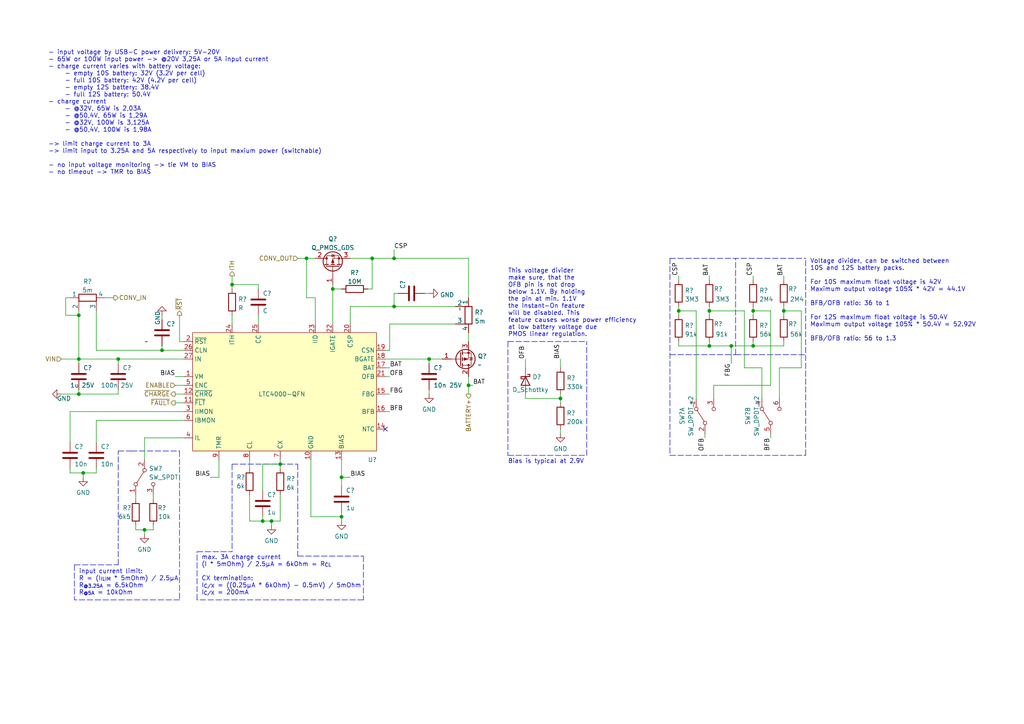
<source format=kicad_sch>
(kicad_sch (version 20211123) (generator eeschema)
  (paper "A4")
  (lib_symbols
    (symbol "Device:C" (pin_numbers hide) (pin_names (offset 0.254))
      (property "Reference" "C" (at 0.635 2.54 0))
      (property "Value" "C" (at 0.635 -2.54 0))
      (symbol "C_0_1"
        (polyline (pts (xy -2.032 -0.762) (xy 2.032 -0.762)) (stroke (width 0.508)))
        (polyline (pts (xy -2.032 0.762) (xy 2.032 0.762)) (stroke (width 0.508)))
      )
      (symbol "C_1_1"
        (pin passive line (at 0 3.81 270) (length 2.794) (name "~") (number "1"))
        (pin passive line (at 0 -3.81 90) (length 2.794) (name "~") (number "2"))
      )
    )
    (symbol "Device:D_Schottky" (pin_numbers hide) (pin_names (offset 1.016) hide)
      (property "Reference" "D" (at 0 2.54 0))
      (property "Value" "D_Schottky" (at 0 -2.54 0))
      (symbol "D_Schottky_0_1"
        (polyline (pts (xy 1.27 0) (xy -1.27 0)))
        (polyline (pts (xy 1.27 1.27) (xy 1.27 -1.27) (xy -1.27 0) (xy 1.27 1.27)) (stroke (width 0.254)))
        (polyline (pts (xy -1.905 0.635) (xy -1.905 1.27) (xy -1.27 1.27) (xy -1.27 -1.27) (xy -0.635 -1.27) (xy -0.635 -0.635)) (stroke (width 0.254)))
      )
      (symbol "D_Schottky_1_1"
        (pin passive line (at -3.81 0 0) (length 2.54) (name "K") (number "1"))
        (pin passive line (at 3.81 0 180) (length 2.54) (name "A") (number "2"))
      )
    )
    (symbol "Device:Q_PMOS_GDS" (pin_names (offset 0) hide)
      (property "Reference" "Q" (at 5.08 1.27 0))
      (property "Value" "Q_PMOS_GDS" (at 5.08 -1.27 0))
      (symbol "Q_PMOS_GDS_0_1"
        (polyline (pts (xy 0.254 0) (xy -2.54 0)))
        (polyline (pts (xy 0.254 1.905) (xy 0.254 -1.905)) (stroke (width 0.254)))
        (polyline (pts (xy 0.762 -1.27) (xy 0.762 -2.286)) (stroke (width 0.254)))
        (polyline (pts (xy 0.762 0.508) (xy 0.762 -0.508)) (stroke (width 0.254)))
        (polyline (pts (xy 0.762 2.286) (xy 0.762 1.27)) (stroke (width 0.254)))
        (polyline (pts (xy 2.54 2.54) (xy 2.54 1.778)))
        (polyline (pts (xy 2.54 -2.54) (xy 2.54 0) (xy 0.762 0)))
        (polyline (pts (xy 0.762 1.778) (xy 3.302 1.778) (xy 3.302 -1.778) (xy 0.762 -1.778)))
        (polyline (pts (xy 2.286 0) (xy 1.27 0.381) (xy 1.27 -0.381) (xy 2.286 0)) (fill (type outline)))
        (polyline (pts (xy 2.794 -0.508) (xy 2.921 -0.381) (xy 3.683 -0.381) (xy 3.81 -0.254)))
        (polyline (pts (xy 3.302 -0.381) (xy 2.921 0.254) (xy 3.683 0.254) (xy 3.302 -0.381)))
        (circle (center 1.651 0) (radius 2.794) (stroke (width 0.254)))
        (circle (center 2.54 -1.778) (radius 0.254) (fill (type outline)))
        (circle (center 2.54 1.778) (radius 0.254) (fill (type outline)))
      )
      (symbol "Q_PMOS_GDS_1_1"
        (pin input line (at -5.08 0 0) (length 2.54) (name "G") (number "1"))
        (pin passive line (at 2.54 5.08 270) (length 2.54) (name "D") (number "2"))
        (pin passive line (at 2.54 -5.08 90) (length 2.54) (name "S") (number "3"))
      )
    )
    (symbol "Device:R" (pin_numbers hide) (pin_names (offset 0))
      (property "Reference" "R" (at 2.032 0 90))
      (property "Value" "R" (at 0 0 90))
      (symbol "R_0_1"
        (rectangle (start -1.016 -2.54) (end 1.016 2.54) (stroke (width 0.254)))
      )
      (symbol "R_1_1"
        (pin passive line (at 0 3.81 270) (length 1.27) (name "~") (number "1"))
        (pin passive line (at 0 -3.81 90) (length 1.27) (name "~") (number "2"))
      )
    )
    (symbol "Device:R_Shunt" (pin_numbers hide) (pin_names (offset 0))
      (property "Reference" "R" (at -4.445 0 90))
      (property "Value" "R_Shunt" (at -2.54 0 90))
      (symbol "R_Shunt_0_1"
        (rectangle (start -1.016 -2.54) (end 1.016 2.54) (stroke (width 0.254)))
        (polyline (pts (xy 0 -2.54) (xy 1.27 -2.54)))
        (polyline (pts (xy 1.27 2.54) (xy 0 2.54)))
      )
      (symbol "R_Shunt_1_1"
        (pin passive line (at 0 5.08 270) (length 2.54) (name "1") (number "1"))
        (pin passive line (at 3.81 2.54 180) (length 2.54) (name "2") (number "2"))
        (pin passive line (at 3.81 -2.54 180) (length 2.54) (name "3") (number "3"))
        (pin passive line (at 0 -5.08 90) (length 2.54) (name "4") (number "4"))
      )
    )
    (symbol "Switch:SW_DPDT_x2" (pin_names (offset 0) hide)
      (property "Reference" "SW" (at 0 4.318 0))
      (property "Value" "SW_DPDT_x2" (at 0 -5.08 0))
      (symbol "SW_DPDT_x2_0_0"
        (circle (center -2.032 0) (radius 0.508))
        (circle (center 2.032 -2.54) (radius 0.508))
      )
      (symbol "SW_DPDT_x2_0_1"
        (polyline (pts (xy -1.524 0.254) (xy 1.651 2.286)))
        (circle (center 2.032 2.54) (radius 0.508))
      )
      (symbol "SW_DPDT_x2_1_1"
        (pin passive line (at 5.08 2.54 180) (length 2.54) (name "A") (number "1"))
        (pin passive line (at -5.08 0 0) (length 2.54) (name "B") (number "2"))
        (pin passive line (at 5.08 -2.54 180) (length 2.54) (name "C") (number "3"))
      )
      (symbol "SW_DPDT_x2_2_1"
        (pin passive line (at 5.08 2.54 180) (length 2.54) (name "A") (number "4"))
        (pin passive line (at -5.08 0 0) (length 2.54) (name "B") (number "5"))
        (pin passive line (at 5.08 -2.54 180) (length 2.54) (name "C") (number "6"))
      )
    )
    (symbol "Switch:SW_SPDT" (pin_names (offset 0) hide)
      (property "Reference" "SW" (at 0 4.318 0))
      (property "Value" "SW_SPDT" (at 0 -5.08 0))
      (symbol "SW_SPDT_0_0"
        (circle (center -2.032 0) (radius 0.508))
        (circle (center 2.032 -2.54) (radius 0.508))
      )
      (symbol "SW_SPDT_0_1"
        (polyline (pts (xy -1.524 0.254) (xy 1.651 2.286)))
        (circle (center 2.032 2.54) (radius 0.508))
      )
      (symbol "SW_SPDT_1_1"
        (pin passive line (at 5.08 2.54 180) (length 2.54) (name "A") (number "1"))
        (pin passive line (at -5.08 0 0) (length 2.54) (name "B") (number "2"))
        (pin passive line (at 5.08 -2.54 180) (length 2.54) (name "C") (number "3"))
      )
    )
    (symbol "extraSymbols:LTC4000-QFN"
      (property "Reference" "U" (at 25.4 -17.78 0))
      (property "Value" "LTC4000-QFN" (at 0 0 0))
      (symbol "LTC4000-QFN_0_0"
        (pin passive line (at -27.94 5.08 0) (length 2.54) (name "VM") (number "1"))
        (pin passive line (at 8.89 -19.05 90) (length 2.54) (name "GND") (number "10"))
        (pin passive line (at -27.94 -2.54 0) (length 2.54) (name "~{FLT}") (number "11"))
        (pin passive line (at -27.94 0 0) (length 2.54) (name "~{CHRG}") (number "12"))
        (pin passive line (at 17.78 -19.05 90) (length 2.54) (name "BIAS") (number "13"))
        (pin passive line (at 30.48 -10.16 180) (length 2.54) (name "NTC") (number "14"))
        (pin passive line (at 30.48 0 180) (length 2.54) (name "FBG") (number "15"))
        (pin passive line (at 30.48 -5.08 180) (length 2.54) (name "BFB") (number "16"))
        (pin passive line (at 30.48 7.62 180) (length 2.54) (name "BAT") (number "17"))
        (pin passive line (at 30.48 10.16 180) (length 2.54) (name "BGATE") (number "18"))
        (pin passive line (at 30.48 12.7 180) (length 2.54) (name "CSN") (number "19"))
        (pin passive line (at -27.94 15.24 0) (length 2.54) (name "~{RST}") (number "2"))
        (pin passive line (at 20.32 20.32 270) (length 2.54) (name "CSP") (number "20"))
        (pin passive line (at 30.48 5.08 180) (length 2.54) (name "OFB") (number "21"))
        (pin passive line (at 15.24 20.32 270) (length 2.54) (name "IGATE") (number "22"))
        (pin passive line (at 10.16 20.32 270) (length 2.54) (name "IID") (number "23"))
        (pin passive line (at -13.97 20.32 270) (length 2.54) (name "ITH") (number "24"))
        (pin passive line (at -6.35 20.32 270) (length 2.54) (name "CC") (number "25"))
        (pin passive line (at -27.94 12.7 0) (length 2.54) (name "CLN") (number "26"))
        (pin passive line (at -27.94 10.16 0) (length 2.54) (name "IN") (number "27"))
        (pin passive line (at 8.89 -19.05 90) (length 2.54) hide (name "GND") (number "28"))
        (pin passive line (at 8.89 -19.05 90) (length 2.54) hide (name "GND") (number "29"))
        (pin passive line (at -27.94 -5.08 0) (length 2.54) (name "IIMON") (number "3"))
        (pin passive line (at -27.94 -12.7 0) (length 2.54) (name "IL") (number "4"))
        (pin passive line (at -27.94 2.54 0) (length 2.54) (name "ENC") (number "5"))
        (pin passive line (at -27.94 -7.62 0) (length 2.54) (name "IBMON") (number "6"))
        (pin passive line (at 0 -19.05 90) (length 2.54) (name "CX") (number "7"))
        (pin passive line (at -8.89 -19.05 90) (length 2.54) (name "CL") (number "8"))
        (pin passive line (at -17.78 -19.05 90) (length 2.54) (name "TMR") (number "9"))
      )
      (symbol "LTC4000-QFN_0_1"
        (rectangle (start -25.4 17.78) (end 27.94 -16.51) (stroke (width 0.1524)) (fill (type background)))
      )
    )
    (symbol "power:GND" (power) (pin_names (offset 0))
      (property "Value" "GND" (at 0 -3.81 0))
      (symbol "GND_0_1"
        (polyline (pts (xy 0 0) (xy 0 -1.27) (xy 1.27 -1.27) (xy 0 -2.54) (xy -1.27 -1.27) (xy 0 -1.27)))
      )
      (symbol "GND_1_1"
        (pin power_in line (at 0 0 270) (length 0) hide (name "GND") (number "1"))
      )
    )
  )
  (junction (at 212.09 100.33))
  (junction (at 67.31 82.55))
  (junction (at 218.44 90.17))
  (junction (at 24.13 137.16))
  (junction (at 99.06 149.86))
  (junction (at 162.56 115.57))
  (junction (at 34.29 104.14))
  (junction (at 22.86 91.44))
  (junction (at 46.99 101.6))
  (junction (at 205.74 90.17))
  (junction (at 99.06 138.43))
  (junction (at 196.85 90.17))
  (junction (at 88.9 74.93))
  (junction (at 78.74 151.13))
  (junction (at 22.86 104.14))
  (junction (at 41.91 153.67))
  (junction (at 76.2 151.13))
  (junction (at 22.86 114.3))
  (junction (at 107.95 74.93))
  (junction (at 114.3 88.9))
  (junction (at 96.52 83.82))
  (junction (at 227.33 90.17))
  (junction (at 81.28 134.62))
  (junction (at 135.89 111.76))
  (junction (at 205.74 100.33))
  (junction (at 114.3 74.93))
  (junction (at 124.46 104.14))
  (junction (at 218.44 100.33))
  (no_connect (at 111.76 124.46))
  (wire (pts (xy 218.44 90.17) (xy 218.44 91.44)))
  (wire (pts (xy 22.86 104.14) (xy 22.86 105.41)))
  (wire (pts (xy 111.76 101.6) (xy 113.03 101.6)))
  (polyline (pts (xy 233.68 132.08) (xy 233.68 74.93)))
  (wire (pts (xy 107.95 74.93) (xy 101.6 74.93)))
  (wire (pts (xy 53.34 99.06) (xy 52.07 99.06)))
  (polyline (pts (xy 147.32 99.06) (xy 170.18 99.06)))
  (polyline (pts (xy 105.41 161.29) (xy 105.41 173.99)))
  (wire (pts (xy 74.93 82.55) (xy 74.93 83.82)))
  (wire (pts (xy 74.93 91.44) (xy 74.93 93.98)))
  (wire (pts (xy 96.52 83.82) (xy 99.06 83.82)))
  (wire (pts (xy 218.44 80.01) (xy 218.44 81.28)))
  (wire (pts (xy 76.2 134.62) (xy 76.2 142.24)))
  (wire (pts (xy 101.6 93.98) (xy 101.6 88.9)))
  (wire (pts (xy 88.9 86.36) (xy 91.44 86.36)))
  (wire (pts (xy 162.56 104.14) (xy 162.56 106.68)))
  (polyline (pts (xy 34.29 163.83) (xy 34.29 130.81)))
  (wire (pts (xy 46.99 100.33) (xy 46.99 101.6)))
  (polyline (pts (xy 194.31 74.93) (xy 194.31 132.08)))
  (wire (pts (xy 162.56 115.57) (xy 162.56 116.84)))
  (wire (pts (xy 227.33 90.17) (xy 232.41 90.17)))
  (wire (pts (xy 20.32 137.16) (xy 24.13 137.16)))
  (wire (pts (xy 207.01 115.57) (xy 207.01 111.76)))
  (wire (pts (xy 215.9 106.68) (xy 220.98 106.68)))
  (wire (pts (xy 34.29 104.14) (xy 34.29 105.41)))
  (wire (pts (xy 44.45 153.67) (xy 44.45 152.4)))
  (wire (pts (xy 227.33 100.33) (xy 227.33 99.06)))
  (wire (pts (xy 226.06 106.68) (xy 226.06 115.57)))
  (polyline (pts (xy 52.07 130.81) (xy 52.07 173.99)))
  (polyline (pts (xy 213.36 102.87) (xy 213.36 74.93)))
  (wire (pts (xy 124.46 104.14) (xy 124.46 105.41)))
  (wire (pts (xy 218.44 90.17) (xy 223.52 90.17)))
  (wire (pts (xy 50.8 109.22) (xy 53.34 109.22)))
  (wire (pts (xy 19.05 91.44) (xy 19.05 86.36)))
  (wire (pts (xy 152.4 104.14) (xy 152.4 106.68)))
  (polyline (pts (xy 105.41 173.99) (xy 57.15 173.99)))
  (wire (pts (xy 205.74 88.9) (xy 205.74 90.17)))
  (wire (pts (xy 72.39 133.35) (xy 72.39 135.89)))
  (wire (pts (xy 115.57 85.09) (xy 114.3 85.09)))
  (wire (pts (xy 101.6 88.9) (xy 114.3 88.9)))
  (wire (pts (xy 39.37 152.4) (xy 39.37 153.67)))
  (wire (pts (xy 41.91 153.67) (xy 41.91 154.94)))
  (wire (pts (xy 91.44 86.36) (xy 91.44 93.98)))
  (wire (pts (xy 81.28 134.62) (xy 76.2 134.62)))
  (polyline (pts (xy 34.29 130.81) (xy 38.1 130.81)))
  (wire (pts (xy 81.28 151.13) (xy 78.74 151.13)))
  (wire (pts (xy 124.46 104.14) (xy 128.27 104.14)))
  (wire (pts (xy 227.33 88.9) (xy 227.33 90.17)))
  (polyline (pts (xy 86.36 134.62) (xy 86.36 161.29)))
  (wire (pts (xy 53.34 119.38) (xy 20.32 119.38)))
  (wire (pts (xy 205.74 99.06) (xy 205.74 100.33)))
  (wire (pts (xy 17.78 104.14) (xy 22.86 104.14)))
  (wire (pts (xy 99.06 149.86) (xy 99.06 151.13)))
  (polyline (pts (xy 194.31 102.87) (xy 213.36 102.87)))
  (wire (pts (xy 162.56 124.46) (xy 162.56 125.73)))
  (wire (pts (xy 135.89 74.93) (xy 135.89 86.36)))
  (wire (pts (xy 96.52 83.82) (xy 96.52 93.98)))
  (wire (pts (xy 50.8 114.3) (xy 53.34 114.3)))
  (wire (pts (xy 27.94 137.16) (xy 27.94 135.89)))
  (wire (pts (xy 124.46 113.03) (xy 124.46 114.3)))
  (wire (pts (xy 196.85 90.17) (xy 201.93 90.17)))
  (wire (pts (xy 41.91 127) (xy 41.91 133.35)))
  (wire (pts (xy 196.85 88.9) (xy 196.85 90.17)))
  (polyline (pts (xy 147.32 132.08) (xy 170.18 132.08)))
  (wire (pts (xy 220.98 106.68) (xy 220.98 115.57)))
  (polyline (pts (xy 67.31 134.62) (xy 86.36 134.62)))
  (wire (pts (xy 99.06 148.59) (xy 99.06 149.86)))
  (wire (pts (xy 205.74 90.17) (xy 205.74 91.44)))
  (polyline (pts (xy 194.31 132.08) (xy 233.68 132.08)))
  (wire (pts (xy 46.99 101.6) (xy 53.34 101.6)))
  (polyline (pts (xy 67.31 134.62) (xy 67.31 160.02)))
  (wire (pts (xy 223.52 111.76) (xy 223.52 90.17)))
  (polyline (pts (xy 21.59 163.83) (xy 34.29 163.83)))
  (wire (pts (xy 212.09 100.33) (xy 218.44 100.33)))
  (wire (pts (xy 162.56 114.3) (xy 162.56 115.57)))
  (wire (pts (xy 111.76 106.68) (xy 113.03 106.68)))
  (wire (pts (xy 76.2 151.13) (xy 76.2 149.86)))
  (wire (pts (xy 99.06 138.43) (xy 99.06 140.97)))
  (wire (pts (xy 113.03 93.98) (xy 113.03 101.6)))
  (wire (pts (xy 44.45 143.51) (xy 44.45 144.78)))
  (wire (pts (xy 20.32 135.89) (xy 20.32 137.16)))
  (wire (pts (xy 24.13 137.16) (xy 24.13 138.43)))
  (wire (pts (xy 215.9 90.17) (xy 215.9 106.68)))
  (wire (pts (xy 81.28 133.35) (xy 81.28 134.62)))
  (wire (pts (xy 88.9 74.93) (xy 88.9 86.36)))
  (wire (pts (xy 67.31 82.55) (xy 74.93 82.55)))
  (polyline (pts (xy 194.31 74.93) (xy 233.68 74.93)))
  (wire (pts (xy 232.41 106.68) (xy 226.06 106.68)))
  (wire (pts (xy 22.86 114.3) (xy 22.86 113.03)))
  (wire (pts (xy 201.93 90.17) (xy 201.93 115.57)))
  (wire (pts (xy 135.89 111.76) (xy 137.16 111.76)))
  (wire (pts (xy 212.09 100.33) (xy 212.09 105.41)))
  (wire (pts (xy 218.44 100.33) (xy 227.33 100.33)))
  (polyline (pts (xy 52.07 173.99) (xy 21.59 173.99)))
  (wire (pts (xy 67.31 83.82) (xy 67.31 82.55)))
  (wire (pts (xy 232.41 90.17) (xy 232.41 106.68)))
  (wire (pts (xy 24.13 137.16) (xy 27.94 137.16)))
  (wire (pts (xy 34.29 104.14) (xy 53.34 104.14)))
  (wire (pts (xy 27.94 101.6) (xy 27.94 90.17)))
  (wire (pts (xy 227.33 80.01) (xy 227.33 81.28)))
  (wire (pts (xy 67.31 80.01) (xy 67.31 82.55)))
  (wire (pts (xy 196.85 80.01) (xy 196.85 81.28)))
  (wire (pts (xy 39.37 153.67) (xy 41.91 153.67)))
  (wire (pts (xy 53.34 127) (xy 41.91 127)))
  (wire (pts (xy 46.99 91.44) (xy 46.99 92.71)))
  (wire (pts (xy 27.94 121.92) (xy 53.34 121.92)))
  (wire (pts (xy 123.19 85.09) (xy 124.46 85.09)))
  (wire (pts (xy 114.3 72.39) (xy 114.3 74.93)))
  (wire (pts (xy 152.4 115.57) (xy 162.56 115.57)))
  (wire (pts (xy 204.47 125.73) (xy 204.47 127)))
  (wire (pts (xy 27.94 128.27) (xy 27.94 121.92)))
  (wire (pts (xy 72.39 151.13) (xy 76.2 151.13)))
  (wire (pts (xy 114.3 74.93) (xy 135.89 74.93)))
  (wire (pts (xy 22.86 91.44) (xy 22.86 104.14)))
  (wire (pts (xy 111.76 119.38) (xy 113.03 119.38)))
  (wire (pts (xy 99.06 138.43) (xy 101.6 138.43)))
  (wire (pts (xy 111.76 109.22) (xy 113.03 109.22)))
  (polyline (pts (xy 170.18 132.08) (xy 170.18 99.06)))
  (wire (pts (xy 114.3 88.9) (xy 132.08 88.9)))
  (wire (pts (xy 34.29 113.03) (xy 34.29 114.3)))
  (wire (pts (xy 218.44 88.9) (xy 218.44 90.17)))
  (wire (pts (xy 196.85 90.17) (xy 196.85 91.44)))
  (wire (pts (xy 50.8 116.84) (xy 53.34 116.84)))
  (wire (pts (xy 78.74 151.13) (xy 78.74 152.4)))
  (wire (pts (xy 111.76 104.14) (xy 124.46 104.14)))
  (polyline (pts (xy 21.59 163.83) (xy 21.59 173.99)))
  (wire (pts (xy 99.06 149.86) (xy 90.17 149.86)))
  (wire (pts (xy 22.86 91.44) (xy 19.05 91.44)))
  (wire (pts (xy 22.86 104.14) (xy 34.29 104.14)))
  (wire (pts (xy 218.44 99.06) (xy 218.44 100.33)))
  (polyline (pts (xy 147.32 99.06) (xy 147.32 132.08)))
  (wire (pts (xy 207.01 111.76) (xy 223.52 111.76)))
  (wire (pts (xy 196.85 100.33) (xy 205.74 100.33)))
  (wire (pts (xy 41.91 153.67) (xy 44.45 153.67)))
  (wire (pts (xy 205.74 90.17) (xy 215.9 90.17)))
  (wire (pts (xy 96.52 82.55) (xy 96.52 83.82)))
  (wire (pts (xy 22.86 90.17) (xy 22.86 91.44)))
  (wire (pts (xy 205.74 100.33) (xy 212.09 100.33)))
  (polyline (pts (xy 57.15 173.99) (xy 57.15 160.02)))
  (wire (pts (xy 114.3 85.09) (xy 114.3 88.9)))
  (polyline (pts (xy 57.15 160.02) (xy 67.31 160.02)))
  (wire (pts (xy 205.74 80.01) (xy 205.74 81.28)))
  (wire (pts (xy 50.8 111.76) (xy 53.34 111.76)))
  (wire (pts (xy 107.95 74.93) (xy 114.3 74.93)))
  (wire (pts (xy 72.39 143.51) (xy 72.39 151.13)))
  (wire (pts (xy 30.48 86.36) (xy 33.02 86.36)))
  (wire (pts (xy 22.86 114.3) (xy 34.29 114.3)))
  (wire (pts (xy 67.31 91.44) (xy 67.31 93.98)))
  (polyline (pts (xy 38.1 130.81) (xy 52.07 130.81)))
  (wire (pts (xy 17.78 114.3) (xy 22.86 114.3)))
  (wire (pts (xy 135.89 111.76) (xy 135.89 114.3)))
  (wire (pts (xy 99.06 133.35) (xy 99.06 138.43)))
  (wire (pts (xy 107.95 83.82) (xy 107.95 74.93)))
  (wire (pts (xy 135.89 96.52) (xy 135.89 99.06)))
  (wire (pts (xy 135.89 109.22) (xy 135.89 111.76)))
  (wire (pts (xy 88.9 74.93) (xy 91.44 74.93)))
  (wire (pts (xy 52.07 91.44) (xy 52.07 99.06)))
  (wire (pts (xy 20.32 119.38) (xy 20.32 128.27)))
  (wire (pts (xy 152.4 114.3) (xy 152.4 115.57)))
  (wire (pts (xy 19.05 86.36) (xy 20.32 86.36)))
  (wire (pts (xy 106.68 83.82) (xy 107.95 83.82)))
  (wire (pts (xy 227.33 90.17) (xy 227.33 91.44)))
  (wire (pts (xy 196.85 99.06) (xy 196.85 100.33)))
  (wire (pts (xy 60.96 138.43) (xy 63.5 138.43)))
  (wire (pts (xy 39.37 143.51) (xy 39.37 144.78)))
  (wire (pts (xy 113.03 93.98) (xy 132.08 93.98)))
  (wire (pts (xy 86.36 74.93) (xy 88.9 74.93)))
  (wire (pts (xy 81.28 143.51) (xy 81.28 151.13)))
  (wire (pts (xy 81.28 134.62) (xy 81.28 135.89)))
  (wire (pts (xy 90.17 149.86) (xy 90.17 133.35)))
  (wire (pts (xy 223.52 125.73) (xy 223.52 127)))
  (polyline (pts (xy 213.36 102.87) (xy 233.68 102.87)))
  (wire (pts (xy 27.94 101.6) (xy 46.99 101.6)))
  (wire (pts (xy 111.76 114.3) (xy 113.03 114.3)))
  (wire (pts (xy 78.74 151.13) (xy 76.2 151.13)))
  (polyline (pts (xy 86.36 161.29) (xy 105.41 161.29)))
  (wire (pts (xy 63.5 133.35) (xy 63.5 138.43)))
  (text "max. 3A charge current\n(I * 5mOhm) / 2.5µA = 6kOhm = R_{CL}\n\nCX termination:\nI_{C/X} = ((0.25µA * 6kOhm) - 0.5mV) / 5mOhm\nI_{C/X} = 200mA" (at 58.42 172.72 0) (effects (font (size 1.27 1.27)) (justify left bottom)))
  (text "Voltage divider, can be switched between\n10S and 12S battery packs.\n\nFor 10S maximum float voltage is 42V\nMaximum output voltage 105% * 42V = 44.1V\n\nBFB/OFB ratio: 36 to 1\n\nFor 12S maximum float voltage is 50.4V\nMaximum output voltage 105% * 50.4V = 52.92V\n\nBFB/OFB ratio: 56 to 1.3" (at 234.95 99.06 0) (effects (font (size 1.27 1.27)) (justify left bottom)))
  (text "This voltage divider \nmake sure, that the \nOFB pin is not drop \nbelow 1.1V. By holding\nthe pin at min. 1.1V \nthe Instant-On feature\nwill be disabled. This\nfeature causes worse power efficiency\nat low battery voltage due\nPMOS linear regulation." (at 147.32 97.79 0) (effects (font (size 1.27 1.27)) (justify left bottom)))
  (text "Bias is typical at 2.9V\n" (at 147.32 134.62 0) (effects (font (size 1.27 1.27)) (justify left bottom)))
  (text "input current limit:\nR = (I_{ILIM} * 5mOhm) / 2.5µA\nR_{@3.25A} = 6.5kOhm\nR_{@5A} = 10kOhm" (at 22.86 172.72 0) (effects (font (size 1.27 1.27)) (justify left bottom)))
  (text "- input voltage by USB-C power delivery: 5V-20V\n- 65W or 100W input power -> @20V 3,25A or 5A input current\n- charge current varies with battery voltage:\n	- empty 10S battery: 32V (3.2V per cell)\n	- full 10S battery: 42V (4.2V per cell)\n	- empty 12S battery: 38.4V\n	- full 12S battery: 50.4V\n- charge current \n	- @32V, 65W is 2,03A\n	- @50,4V, 65W is 1,29A\n	- @32V, 100W is 3,125A\n	- @50,4V, 100W is 1,98A\n\n-> limit charge current to 3A\n-> limit input to 3.25A and 5A respectively to input maxium power (switchable)\n\n- no input voltage monitoring -> tie VM to BIAS\n- no timeout -> TMR to BIAS" (at 13.97 50.8 0) (effects (font (size 1.27 1.27)) (justify left bottom)))
  (label "BAT" (at 137.16 111.76 0))
  (label "FBG" (at 113.03 114.3 0))
  (label "BIAS" (at 60.96 138.43 180))
  (label "FBG" (at 212.09 105.41 270))
  (label "BIAS" (at 50.8 109.22 180))
  (label "OFB" (at 113.03 109.22 0))
  (label "BFB" (at 223.52 127 270))
  (label "BAT" (at 113.03 106.68 0))
  (label "CSP" (at 218.44 80.01 90))
  (label "CSP" (at 196.85 80.01 90))
  (label "CSP" (at 114.3 72.39 0))
  (label "BIAS" (at 101.6 138.43 0))
  (label "BAT" (at 227.33 80.01 90))
  (label "BIAS" (at 162.56 104.14 90))
  (label "OFB" (at 152.4 104.14 90))
  (label "BFB" (at 113.03 119.38 0))
  (label "OFB" (at 204.47 127 270))
  (label "BAT" (at 205.74 80.01 90))
  (hierarchical_label "~{FAULT}" (shape output) (at 50.8 116.84 180))
  (hierarchical_label "ITH" (shape output) (at 67.31 80.01 90))
  (hierarchical_label "~{CHARGE}" (shape output) (at 50.8 114.3 180))
  (hierarchical_label "BATTERY+" (shape output) (at 135.89 114.3 270))
  (hierarchical_label "CONV_IN" (shape output) (at 33.02 86.36 0))
  (hierarchical_label "ENABLE" (shape input) (at 50.8 111.76 180))
  (hierarchical_label "~{RST}" (shape output) (at 52.07 91.44 90))
  (hierarchical_label "CONV_OUT" (shape input) (at 86.36 74.93 180))
  (hierarchical_label "VIN" (shape input) (at 17.78 104.14 180))
  (symbol (lib_id "power:GND") (at 78.74 152.4 0) (unit 1)
    (property "Reference" "#PWR?" (effects hide))
    (property "Value" "GND" (at 78.74 156.8434 0))
  )
  (symbol (lib_id "Device:C") (at 27.94 132.08 0) (unit 1)
    (property "Reference" "C?" (at 29.21 129.54 0) (effects (justify left)))
    (property "Value" "10n" (at 29.21 134.62 0) (effects (justify left)))
  )
  (symbol (lib_id "Device:R") (at 81.28 139.7 0) (unit 1)
    (property "Reference" "R?" (at 83.058 138.8653 0) (effects (justify left)))
    (property "Value" "6k" (at 83.058 141.4022 0) (effects (justify left)))
  )
  (symbol (lib_id "Device:C") (at 20.32 132.08 0) (unit 1)
    (property "Reference" "C?" (at 21.59 129.54 0) (effects (justify left)))
    (property "Value" "10n" (at 21.59 134.62 0) (effects (justify left)))
  )
  (symbol (lib_id "Device:C") (at 46.99 96.52 0) (unit 1)
    (property "Reference" "C?" (at 48.26 93.98 0) (effects (justify left)))
    (property "Value" "~" (at 41.91 99.06 0) (effects (justify left)))
  )
  (symbol (lib_id "Device:R") (at 218.44 85.09 0) (unit 1)
    (property "Reference" "R?" (at 220.218 84.2553 0) (effects (justify left)))
    (property "Value" "2M4" (at 220.218 86.7922 0) (effects (justify left)))
  )
  (symbol (lib_id "Device:R") (at 39.37 148.59 0) (unit 1)
    (property "Reference" "R?" (at 35.56 147.32 0) (effects (justify left)))
    (property "Value" "6k5" (at 34.29 149.86 0) (effects (justify left)))
  )
  (symbol (lib_id "power:GND") (at 24.13 138.43 0) (unit 1)
    (property "Reference" "#PWR?" (effects hide))
    (property "Value" "GND" (at 24.13 142.8734 0))
  )
  (symbol (lib_id "Device:D_Schottky") (at 152.4 110.49 270) (unit 1)
    (property "Reference" "D?" (at 154.432 109.3378 90) (effects (justify left)))
    (property "Value" "D_Schottky" (at 148.59 113.03 90) (effects (justify left)))
  )
  (symbol (lib_id "Device:R") (at 227.33 95.25 0) (unit 1)
    (property "Reference" "R?" (at 228.6 93.98 0) (effects (justify left)))
    (property "Value" "56k" (at 229.108 96.9522 0) (effects (justify left)))
  )
  (symbol (lib_id "Device:R") (at 227.33 85.09 0) (unit 1)
    (property "Reference" "R?" (at 228.6 83.82 0) (effects (justify left)))
    (property "Value" "2M4" (at 229.108 86.7922 0) (effects (justify left)))
  )
  (symbol (lib_id "extraSymbols:LTC4000-QFN") (at 81.28 114.3 0) (unit 1)
    (property "Reference" "U?" (at 106.68 133.35 0) (effects (justify left)))
    (property "Value" "LTC4000-QFN" (at 74.93 114.3 0) (effects (justify left)))
    (property "Footprint" "Package_DFN_QFN:QFN-28-1EP_4x5mm_P0.5mm_EP2.65x3.65mm_ThermalVias" (effects hide))
    (property "Datasheet" "https://www.analog.com/media/en/technical-documentation/data-sheets/4000fb.pdf" (effects hide))
  )
  (symbol (lib_id "Device:C") (at 99.06 144.78 0) (unit 1)
    (property "Reference" "C?" (at 100.33 142.24 0) (effects (justify left)))
    (property "Value" "1u" (at 100.33 147.32 0) (effects (justify left)))
  )
  (symbol (lib_id "Device:C") (at 76.2 146.05 0) (unit 1)
    (property "Reference" "C?" (at 77.47 143.51 0) (effects (justify left)))
    (property "Value" "1u" (at 77.47 148.59 0) (effects (justify left)))
  )
  (symbol (lib_id "power:GND") (at 46.99 91.44 180) (unit 1)
    (property "Reference" "#PWR?" (effects hide))
    (property "Value" "GND" (at 45.72 90.17 90) (effects (justify left)))
  )
  (symbol (lib_id "power:GND") (at 124.46 114.3 0) (unit 1)
    (property "Reference" "#PWR?" (effects hide))
    (property "Value" "GND" (at 124.46 118.7434 0))
  )
  (symbol (lib_id "Device:C") (at 74.93 87.63 0) (unit 1)
    (property "Reference" "C?" (at 76.2 85.09 0) (effects (justify left)))
    (property "Value" "C" (at 76.2 90.17 0) (effects (justify left)))
  )
  (symbol (lib_id "Device:C") (at 124.46 109.22 0) (unit 1)
    (property "Reference" "C?" (at 125.73 106.68 0) (effects (justify left)))
    (property "Value" "10n 25V" (at 125.73 111.76 0) (effects (justify left)))
  )
  (symbol (lib_id "Device:R") (at 162.56 120.65 0) (unit 1)
    (property "Reference" "R?" (at 164.338 119.8153 0) (effects (justify left)))
    (property "Value" "200k" (at 164.338 122.3522 0) (effects (justify left)))
  )
  (symbol (lib_id "Device:R") (at 72.39 139.7 0) (unit 1)
    (property "Reference" "R?" (at 68.58 138.43 0) (effects (justify left)))
    (property "Value" "6k" (at 68.58 140.97 0) (effects (justify left)))
  )
  (symbol (lib_id "Device:R") (at 44.45 148.59 0) (mirror y) (unit 1)
    (property "Reference" "R?" (at 48.26 147.32 0) (effects (justify left)))
    (property "Value" "10k" (at 49.53 149.86 0) (effects (justify left)))
  )
  (symbol (lib_id "Device:R") (at 205.74 85.09 0) (unit 1)
    (property "Reference" "R?" (at 207.01 83.82 0) (effects (justify left)))
    (property "Value" "3M3" (at 207.518 86.7922 0) (effects (justify left)))
  )
  (symbol (lib_id "Device:R") (at 102.87 83.82 90) (unit 1)
    (property "Reference" "R?" (at 102.87 79.1042 90))
    (property "Value" "10M" (at 102.87 81.6411 90))
  )
  (symbol (lib_id "Device:R_Shunt") (at 135.89 91.44 0) (mirror y) (unit 1)
    (property "Reference" "R?" (at 137.668 90.6053 0) (effects (justify right)))
    (property "Value" "5m" (at 137.668 93.1422 0) (effects (justify right)))
  )
  (symbol (lib_id "Device:R") (at 196.85 95.25 0) (unit 1)
    (property "Reference" "R?" (at 198.628 94.4153 0) (effects (justify left)))
    (property "Value" "91k" (at 198.628 96.9522 0) (effects (justify left)))
  )
  (symbol (lib_id "power:GND") (at 17.78 114.3 270) (unit 1)
    (property "Reference" "#PWR?" (effects hide))
    (property "Value" "GND" (at 16.51 115.57 90) (effects (justify left)))
  )
  (symbol (lib_id "Switch:SW_DPDT_x2") (at 223.52 120.65 90) (unit 2)
    (property "Reference" "SW?" (at 216.8992 120.65 0))
    (property "Value" "SW_DPDT_x2" (at 219.4361 120.65 0))
  )
  (symbol (lib_id "Device:R") (at 218.44 95.25 0) (unit 1)
    (property "Reference" "R?" (at 220.218 94.4153 0) (effects (justify left)))
    (property "Value" "56k" (at 220.218 96.9522 0) (effects (justify left)))
  )
  (symbol (lib_id "power:GND") (at 99.06 151.13 0) (unit 1)
    (property "Reference" "#PWR?" (effects hide))
    (property "Value" "GND" (at 99.06 155.5734 0))
  )
  (symbol (lib_id "Device:R_Shunt") (at 25.4 86.36 90) (mirror x) (unit 1)
    (property "Reference" "R?" (at 25.4 81.6442 90))
    (property "Value" "5m" (at 25.4 84.1811 90))
  )
  (symbol (lib_id "Device:C") (at 34.29 109.22 0) (unit 1)
    (property "Reference" "C?" (at 35.56 106.68 0) (effects (justify left)))
    (property "Value" "100n 25V" (at 29.21 111.76 0) (effects (justify left)))
  )
  (symbol (lib_id "Device:R") (at 205.74 95.25 0) (unit 1)
    (property "Reference" "R?" (at 207.01 93.98 0) (effects (justify left)))
    (property "Value" "91k" (at 207.518 96.9522 0) (effects (justify left)))
  )
  (symbol (lib_id "Device:C") (at 119.38 85.09 90) (unit 1)
    (property "Reference" "C?" (at 116.84 83.82 0) (effects (justify left)))
    (property "Value" "~" (at 133.35 90.17 0) (effects (justify left)))
  )
  (symbol (lib_id "Device:R") (at 162.56 110.49 0) (unit 1)
    (property "Reference" "R?" (at 164.338 109.6553 0) (effects (justify left)))
    (property "Value" "330k" (at 164.338 112.1922 0) (effects (justify left)))
  )
  (symbol (lib_id "Device:Q_PMOS_GDS") (at 133.35 104.14 0) (mirror x) (unit 1)
    (property "Reference" "Q?" (at 138.557 103.3053 0) (effects (justify left)))
    (property "Value" "~" (at 138.557 105.8422 0) (effects (justify left)))
  )
  (symbol (lib_id "Device:R") (at 196.85 85.09 0) (unit 1)
    (property "Reference" "R?" (at 198.628 84.2553 0) (effects (justify left)))
    (property "Value" "3M3" (at 198.628 86.7922 0) (effects (justify left)))
  )
  (symbol (lib_id "Device:Q_PMOS_GDS") (at 96.52 77.47 90) (unit 1)
    (property "Reference" "Q?" (at 96.52 69.3252 90))
    (property "Value" "Q_PMOS_GDS" (at 96.52 71.8621 90))
  )
  (symbol (lib_id "Device:R") (at 67.31 87.63 0) (unit 1)
    (property "Reference" "R?" (at 69.088 86.7953 0) (effects (justify left)))
    (property "Value" "R" (at 69.088 89.3322 0) (effects (justify left)))
  )
  (symbol (lib_id "power:GND") (at 41.91 154.94 0) (unit 1)
    (property "Reference" "#PWR?" (effects hide))
    (property "Value" "GND" (at 41.91 159.3834 0))
  )
  (symbol (lib_id "Switch:SW_DPDT_x2") (at 204.47 120.65 90) (unit 1)
    (property "Reference" "SW?" (at 197.8492 120.65 0))
    (property "Value" "SW_DPDT_x2" (at 200.3861 120.65 0))
  )
  (symbol (lib_id "Switch:SW_SPDT") (at 41.91 138.43 90) (mirror x) (unit 1)
    (property "Reference" "SW?" (at 43.18 135.89 90) (effects (justify right)))
    (property "Value" "SW_SPDT" (at 43.18 138.43 90) (effects (justify right)))
  )
  (symbol (lib_id "power:GND") (at 162.56 125.73 0) (unit 1)
    (property "Reference" "#PWR?" (effects hide))
    (property "Value" "GND" (at 162.56 130.1734 0))
  )
  (symbol (lib_id "Device:C") (at 22.86 109.22 0) (unit 1)
    (property "Reference" "C?" (at 24.13 106.68 0) (effects (justify left)))
    (property "Value" "1u 25V" (at 20.32 111.76 0) (effects (justify left)))
  )
  (symbol (lib_id "power:GND") (at 124.46 85.09 90) (unit 1)
    (property "Reference" "#PWR?" (effects hide))
    (property "Value" "GND" (at 127.635 85.5238 90) (effects (justify right)))
  )
)
</source>
